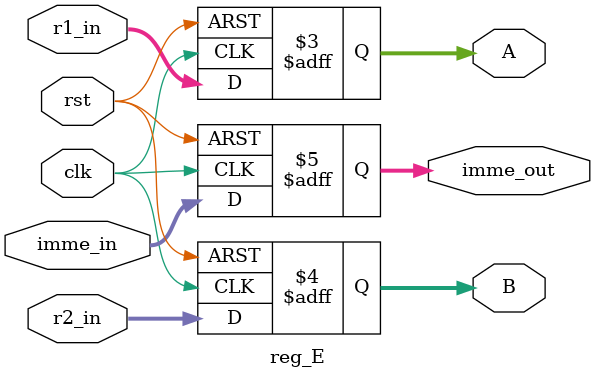
<source format=v>
module reg_E(
	input clk,rst,
	input [31:0] r1_in, r2_in, imme_in,
	output reg [31:0] A, B, imme_out
);

always@(posedge clk or negedge rst)
begin
	if(!rst)
	begin
		A <= 32'd0;
		B <= 32'd0;
		imme_out <= 32'd0;
	end
	else
	begin
		A <= r1_in;
		B <= r2_in;
		imme_out <= imme_in;
	end
end

endmodule
</source>
